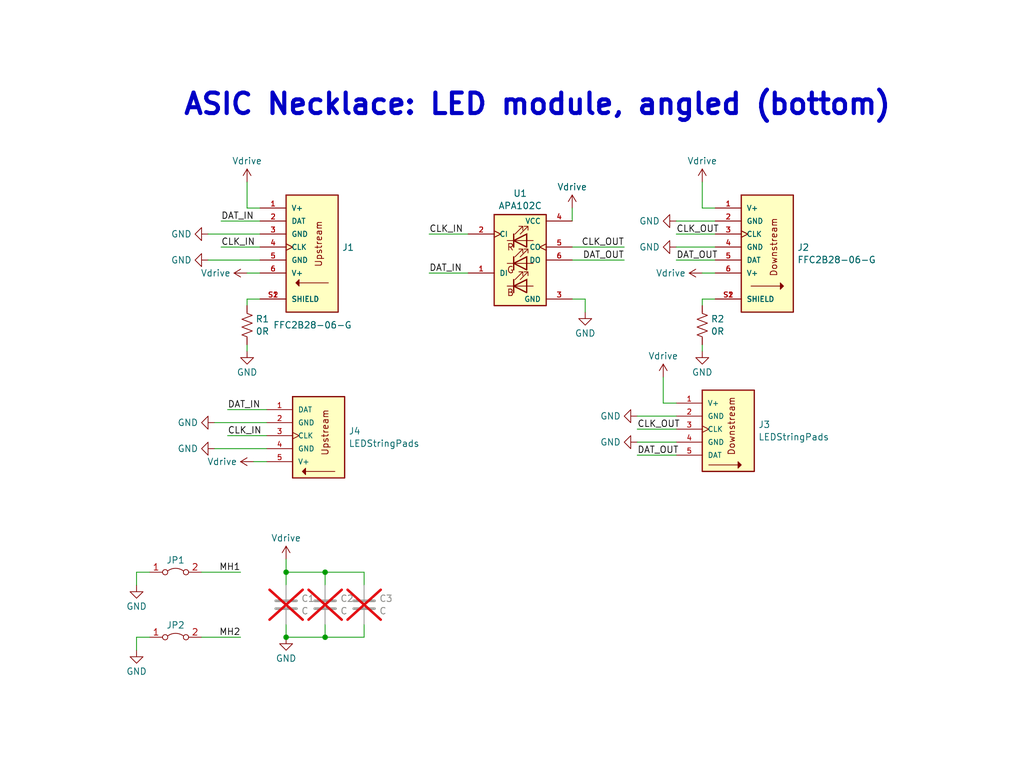
<source format=kicad_sch>
(kicad_sch (version 20230121) (generator eeschema)
  (paper "User" 200 150.012)
  (title_block (title "ASIC Necklace: angle LED (bottom)") (rev "1.0") (company "Psychogenic Technologies INC") (comment 1 "(C) 2023 Pat Deegan"))
  (lib_symbols
    (symbol "ASICTechno:APA102C" (pin_names (offset 1.016))
      (property "Reference" "U" (at -7.62 11.43 0))
      (property "Value" "APA102C" (at 0 -12.065 0))
      (symbol "APA102C_0_0"
        (rectangle (start -5.08 8.89) (end 5.08 -8.89) (stroke (width 0.254)) (fill (type background)))
        (text "G" (at -1.905 -1.905 0) (effects (font (size 1.27 1.27))))
        (text "R" (at -1.905 2.54 0) (effects (font (size 1.27 1.27))))
        (pin input line (at -10.16 -2.54 0) (length 5.08) (name "DI") (number "1"))
        (pin input clock (at -10.16 5.08 0) (length 5.08) (name "CI") (number "2"))
        (pin power_in line (at 10.16 -7.62 180) (length 5.08) (name "GND") (number "3"))
        (pin power_in line (at 10.16 7.62 180) (length 5.08) (name "VCC") (number "4"))
        (pin output line (at 10.16 0 180) (length 5.08) (name "DO") (number "6"))
      )
      (symbol "APA102C_0_1"
        (polyline (pts (xy -1.27 -5.08) (xy -2.54 -5.08)))
        (polyline (pts (xy -1.27 -5.08) (xy 1.27 -5.08)))
        (polyline (pts (xy -1.27 -3.81) (xy -1.27 -6.35)) (stroke (width 0.254)))
        (polyline (pts (xy -1.27 -0.635) (xy -2.54 -0.635)))
        (polyline (pts (xy -1.27 0.635) (xy -1.27 -1.905)) (stroke (width 0.254)))
        (polyline (pts (xy -1.27 3.81) (xy -2.54 3.81)))
        (polyline (pts (xy -1.27 3.81) (xy 1.27 3.81)))
        (polyline (pts (xy -1.27 5.08) (xy -1.27 2.54)) (stroke (width 0.254)))
        (polyline (pts (xy 1.27 -5.08) (xy 2.54 -5.08)))
        (polyline (pts (xy 1.27 -0.635) (xy -1.27 -0.635)))
        (polyline (pts (xy 1.27 -0.635) (xy 2.54 -0.635)))
        (polyline (pts (xy 1.27 3.81) (xy 2.54 3.81)))
        (polyline (pts (xy -1.27 0.635) (xy -1.27 -1.905) (xy -1.27 -1.905)))
        (polyline (pts (xy -1.27 5.08) (xy -1.27 2.54) (xy -1.27 2.54)))
        (polyline (pts (xy 1.27 -3.81) (xy 1.27 -6.35) (xy -1.27 -5.08) (xy 1.27 -3.81)) (stroke (width 0.254)))
        (polyline (pts (xy 1.27 0.635) (xy 1.27 -1.905) (xy -1.27 -0.635) (xy 1.27 0.635)) (stroke (width 0.254)))
        (polyline (pts (xy 1.27 5.08) (xy 1.27 2.54) (xy -1.27 3.81) (xy 1.27 5.08)) (stroke (width 0.254)))
        (polyline (pts (xy -1.016 -3.81) (xy 0.508 -2.286) (xy -0.254 -2.286) (xy 0.508 -2.286) (xy 0.508 -3.048)))
        (polyline (pts (xy -1.016 0.635) (xy 0.508 2.159) (xy -0.254 2.159) (xy 0.508 2.159) (xy 0.508 1.397)))
        (polyline (pts (xy -1.016 5.08) (xy 0.508 6.604) (xy -0.254 6.604) (xy 0.508 6.604) (xy 0.508 5.842)))
        (polyline (pts (xy 0 -3.81) (xy 1.524 -2.286) (xy 0.762 -2.286) (xy 1.524 -2.286) (xy 1.524 -3.048)))
        (polyline (pts (xy 0 0.635) (xy 1.524 2.159) (xy 0.762 2.159) (xy 1.524 2.159) (xy 1.524 1.397)))
        (polyline (pts (xy 0 5.08) (xy 1.524 6.604) (xy 0.762 6.604) (xy 1.524 6.604) (xy 1.524 5.842)))
        (rectangle (start 1.27 -1.905) (end 1.27 0.635))
        (rectangle (start 1.27 0.635) (end 1.27 0.635))
        (rectangle (start 1.27 2.54) (end 1.27 5.08))
        (rectangle (start 1.27 5.08) (end 1.27 5.08))
      )
      (symbol "APA102C_1_0"
        (text "B" (at -1.905 -6.35 0) (effects (font (size 1.27 1.27))))
        (pin output clock (at 10.16 2.54 180) (length 5.08) (name "CO") (number "5"))
      )
    )
    (symbol "ASICTechno:FFC_Downstream" (pin_names (offset 1.016))
      (property "Reference" "J" (at -5.08 10.922 0))
      (property "Value" "FFC2B28-06-G" (at -5.08 -15.24 0))
      (symbol "FFC_Downstream_0_0"
        (rectangle (start -5.08 -12.7) (end 5.08 10.16) (stroke (width 0.254)) (fill (type background)))
        (pin passive line (at -10.16 -10.16 0) (length 5.08) (name "SHIELD") (number "S1"))
        (pin passive line (at -10.16 -10.16 0) (length 5.08) (name "SHIELD") (number "S2"))
      )
      (symbol "FFC_Downstream_1_0"
        (pin passive line (at -10.16 7.62 0) (length 5.08) (name "V+") (number "1"))
        (pin passive line (at -10.16 5.08 0) (length 5.08) (name "GND") (number "2"))
        (pin output clock (at -10.16 2.54 0) (length 5.08) (name "CLK") (number "3"))
        (pin passive line (at -10.16 0 0) (length 5.08) (name "GND") (number "4"))
        (pin output line (at -10.16 -2.54 0) (length 5.08) (name "DAT") (number "5"))
        (pin passive line (at -10.16 -5.08 0) (length 5.08) (name "V+") (number "6"))
      )
      (symbol "FFC_Downstream_1_1"
        (polyline (pts (xy -3.175 -7.62) (xy 2.54 -7.62)))
        (polyline (pts (xy 3.175 -7.62) (xy 2.54 -6.985) (xy 2.54 -8.255) (xy 3.175 -7.62)) (fill (type outline)))
        (text "Downstream" (at 1.27 0 900) (effects (font (size 1.27 1.27))))
      )
    )
    (symbol "ASICTechno:FFC_Upstream" (pin_names (offset 1.016))
      (property "Reference" "J" (at -5.08 10.922 0))
      (property "Value" "FFC2B28-06-G" (at -5.08 -15.24 0))
      (symbol "FFC_Upstream_0_0"
        (rectangle (start -5.08 -12.7) (end 5.08 10.16) (stroke (width 0.254)) (fill (type background)))
        (pin passive line (at -10.16 -10.16 0) (length 5.08) (name "SHIELD") (number "S1"))
        (pin passive line (at -10.16 -10.16 0) (length 5.08) (name "SHIELD") (number "S2"))
      )
      (symbol "FFC_Upstream_1_0"
        (pin passive line (at -10.16 7.62 0) (length 5.08) (name "V+") (number "1"))
        (pin input line (at -10.16 5.08 0) (length 5.08) (name "DAT") (number "2"))
        (pin passive line (at -10.16 2.54 0) (length 5.08) (name "GND") (number "3"))
        (pin input clock (at -10.16 0 0) (length 5.08) (name "CLK") (number "4"))
        (pin passive line (at -10.16 -2.54 0) (length 5.08) (name "GND") (number "5"))
        (pin passive line (at -10.16 -5.08 0) (length 5.08) (name "V+") (number "6"))
      )
      (symbol "FFC_Upstream_1_1"
        (polyline (pts (xy 3.175 -6.985) (xy -2.54 -6.985)))
        (polyline (pts (xy -3.175 -6.985) (xy -2.54 -7.62) (xy -2.54 -6.35) (xy -3.175 -6.985)) (fill (type outline)))
        (text "Upstream" (at 1.27 0.635 900) (effects (font (size 1.27 1.27))))
      )
    )
    (symbol "ASICTechno:LEDStringPads_Down" (pin_names (offset 1.016)) (in_bom no)
      (property "Reference" "J" (at -5.08 10.922 0))
      (property "Value" "LEDStringPads" (at -6.35 -7.62 0))
      (symbol "LEDStringPads_Down_0_0"
        (rectangle (start -5.08 10.16) (end 5.08 -5.715) (stroke (width 0.254)) (fill (type background)))
      )
      (symbol "LEDStringPads_Down_1_0"
        (pin passive line (at -10.16 7.62 0) (length 5.08) (name "V+") (number "1"))
        (pin passive line (at -10.16 5.08 0) (length 5.08) (name "GND") (number "2"))
        (pin output clock (at -10.16 2.54 0) (length 5.08) (name "CLK") (number "3"))
        (pin passive line (at -10.16 0 0) (length 5.08) (name "GND") (number "4"))
        (pin output line (at -10.16 -2.54 0) (length 5.08) (name "DAT") (number "5"))
      )
      (symbol "LEDStringPads_Down_1_1"
        (polyline (pts (xy -3.81 -4.445) (xy 1.905 -4.445)))
        (polyline (pts (xy 2.54 -4.445) (xy 1.905 -3.81) (xy 1.905 -5.08) (xy 2.54 -4.445)) (fill (type outline)))
        (text "Downstream" (at 0.635 3.175 900) (effects (font (size 1.27 1.27))))
      )
    )
    (symbol "ASICTechno:LEDStringPads_Up" (pin_names (offset 1.016)) (in_bom no)
      (property "Reference" "J" (at -5.08 10.922 0))
      (property "Value" "LEDStringPads" (at -6.985 -10.16 0))
      (symbol "LEDStringPads_Up_0_0"
        (rectangle (start -5.08 7.62) (end 5.08 -8.255) (stroke (width 0.254)) (fill (type background)))
      )
      (symbol "LEDStringPads_Up_1_0"
        (pin input line (at -10.16 5.08 0) (length 5.08) (name "DAT") (number "1"))
        (pin passive line (at -10.16 2.54 0) (length 5.08) (name "GND") (number "2"))
        (pin input clock (at -10.16 0 0) (length 5.08) (name "CLK") (number "3"))
        (pin passive line (at -10.16 -2.54 0) (length 5.08) (name "GND") (number "4"))
        (pin passive line (at -10.16 -5.08 0) (length 5.08) (name "V+") (number "5"))
      )
      (symbol "LEDStringPads_Up_1_1"
        (polyline (pts (xy 3.175 -6.985) (xy -2.54 -6.985)))
        (polyline (pts (xy -3.175 -6.985) (xy -2.54 -7.62) (xy -2.54 -6.35) (xy -3.175 -6.985)) (fill (type outline)))
        (text "Upstream" (at 1.27 0.635 900) (effects (font (size 1.27 1.27))))
      )
    )
    (symbol "Device:C" (pin_numbers hide) (pin_names (offset 0.254))
      (property "Reference" "C" (at 0.635 2.54 0))
      (property "Value" "C" (at 0.635 -2.54 0))
      (symbol "C_0_1"
        (polyline (pts (xy -2.032 -0.762) (xy 2.032 -0.762)) (stroke (width 0.508)))
        (polyline (pts (xy -2.032 0.762) (xy 2.032 0.762)) (stroke (width 0.508)))
      )
      (symbol "C_1_1"
        (pin passive line (at 0 3.81 270) (length 2.794) (name "~") (number "1"))
        (pin passive line (at 0 -3.81 90) (length 2.794) (name "~") (number "2"))
      )
    )
    (symbol "Device:R_US" (pin_numbers hide) (pin_names (offset 0))
      (property "Reference" "R" (at 2.54 0 90))
      (property "Value" "R_US" (at -2.54 0 90))
      (symbol "R_US_0_1"
        (polyline (pts (xy 0 -2.286) (xy 0 -2.54)))
        (polyline (pts (xy 0 2.286) (xy 0 2.54)))
        (polyline (pts (xy 0 -0.762) (xy 1.016 -1.143) (xy 0 -1.524) (xy -1.016 -1.905) (xy 0 -2.286)))
        (polyline (pts (xy 0 0.762) (xy 1.016 0.381) (xy 0 0) (xy -1.016 -0.381) (xy 0 -0.762)))
        (polyline (pts (xy 0 2.286) (xy 1.016 1.905) (xy 0 1.524) (xy -1.016 1.143) (xy 0 0.762)))
      )
      (symbol "R_US_1_1"
        (pin passive line (at 0 3.81 270) (length 1.27) (name "~") (number "1"))
        (pin passive line (at 0 -3.81 90) (length 1.27) (name "~") (number "2"))
      )
    )
    (symbol "Jumper:Jumper_2_Bridged" (pin_names (offset 0) hide)
      (property "Reference" "JP" (at 0 1.905 0))
      (property "Value" "Jumper_2_Bridged" (at 0 -2.54 0))
      (symbol "Jumper_2_Bridged_0_0"
        (circle (center -2.032 0) (radius 0.508))
        (circle (center 2.032 0) (radius 0.508))
      )
      (symbol "Jumper_2_Bridged_0_1"
        (arc (start 1.524 0.254) (mid 0 0.762) (end -1.524 0.254))
      )
      (symbol "Jumper_2_Bridged_1_1"
        (pin passive line (at -5.08 0 0) (length 2.54) (name "A") (number "1"))
        (pin passive line (at 5.08 0 180) (length 2.54) (name "B") (number "2"))
      )
    )
    (symbol "power:GND" (power) (pin_names (offset 0))
      (property "Value" "GND" (at 0 -3.81 0))
      (symbol "GND_0_1"
        (polyline (pts (xy 0 0) (xy 0 -1.27) (xy 1.27 -1.27) (xy 0 -2.54) (xy -1.27 -1.27) (xy 0 -1.27)))
      )
      (symbol "GND_1_1"
        (pin power_in line (at 0 0 270) (length 0) hide (name "GND") (number "1"))
      )
    )
    (symbol "power:Vdrive" (power) (pin_names (offset 0))
      (property "Value" "Vdrive" (at 0 3.81 0))
      (symbol "Vdrive_0_1"
        (polyline (pts (xy -0.762 1.27) (xy 0 2.54)))
        (polyline (pts (xy 0 0) (xy 0 2.54)))
        (polyline (pts (xy 0 2.54) (xy 0.762 1.27)))
      )
      (symbol "Vdrive_1_1"
        (pin power_in line (at 0 0 90) (length 0) hide (name "Vdrive") (number "1"))
      )
    )
  )
  (junction (at 63.5 124.46))
  (junction (at 63.5 111.76))
  (junction (at 55.88 111.76))
  (junction (at 55.88 124.46))
  (wire (pts (xy 111.76 40.64) (xy 111.76 43.18)))
  (wire (pts (xy 48.26 58.42) (xy 50.8 58.42)))
  (wire (pts (xy 83.82 53.34) (xy 91.44 53.34)))
  (wire (pts (xy 111.76 58.42) (xy 114.3 58.42)))
  (wire (pts (xy 48.26 40.64) (xy 50.8 40.64)))
  (wire (pts (xy 137.16 58.42) (xy 139.7 58.42)))
  (wire (pts (xy 55.88 109.22) (xy 55.88 111.76)))
  (wire (pts (xy 137.16 59.69) (xy 137.16 58.42)))
  (wire (pts (xy 39.37 124.46) (xy 46.99 124.46)))
  (wire (pts (xy 41.91 82.55) (xy 52.07 82.55)))
  (wire (pts (xy 48.26 35.56) (xy 48.26 40.64)))
  (wire (pts (xy 44.45 85.09) (xy 52.07 85.09)))
  (wire (pts (xy 132.08 43.18) (xy 139.7 43.18)))
  (wire (pts (xy 124.46 86.36) (xy 132.08 86.36)))
  (wire (pts (xy 26.67 114.3) (xy 26.67 111.76)))
  (wire (pts (xy 111.76 48.26) (xy 121.92 48.26)))
  (wire (pts (xy 71.12 111.76) (xy 71.12 114.3)))
  (wire (pts (xy 71.12 124.46) (xy 71.12 121.92)))
  (wire (pts (xy 26.67 127) (xy 26.67 124.46)))
  (wire (pts (xy 129.54 78.74) (xy 132.08 78.74)))
  (wire (pts (xy 55.88 111.76) (xy 55.88 114.3)))
  (wire (pts (xy 111.76 50.8) (xy 121.92 50.8)))
  (wire (pts (xy 63.5 121.92) (xy 63.5 124.46)))
  (wire (pts (xy 63.5 111.76) (xy 71.12 111.76)))
  (wire (pts (xy 43.18 43.18) (xy 50.8 43.18)))
  (wire (pts (xy 44.45 80.01) (xy 52.07 80.01)))
  (wire (pts (xy 48.26 53.34) (xy 50.8 53.34)))
  (wire (pts (xy 43.18 48.26) (xy 50.8 48.26)))
  (wire (pts (xy 63.5 111.76) (xy 63.5 114.3)))
  (wire (pts (xy 124.46 83.82) (xy 132.08 83.82)))
  (wire (pts (xy 40.64 50.8) (xy 50.8 50.8)))
  (wire (pts (xy 137.16 40.64) (xy 139.7 40.64)))
  (wire (pts (xy 26.67 111.76) (xy 29.21 111.76)))
  (wire (pts (xy 26.67 124.46) (xy 29.21 124.46)))
  (wire (pts (xy 39.37 111.76) (xy 46.99 111.76)))
  (wire (pts (xy 48.26 68.58) (xy 48.26 67.31)))
  (wire (pts (xy 124.46 88.9) (xy 132.08 88.9)))
  (wire (pts (xy 124.46 81.28) (xy 132.08 81.28)))
  (wire (pts (xy 55.88 111.76) (xy 63.5 111.76)))
  (wire (pts (xy 132.08 45.72) (xy 139.7 45.72)))
  (wire (pts (xy 63.5 124.46) (xy 71.12 124.46)))
  (wire (pts (xy 137.16 68.58) (xy 137.16 67.31)))
  (wire (pts (xy 137.16 53.34) (xy 139.7 53.34)))
  (wire (pts (xy 41.91 87.63) (xy 52.07 87.63)))
  (wire (pts (xy 132.08 48.26) (xy 139.7 48.26)))
  (wire (pts (xy 132.08 50.8) (xy 139.7 50.8)))
  (wire (pts (xy 129.54 73.66) (xy 129.54 78.74)))
  (wire (pts (xy 137.16 35.56) (xy 137.16 40.64)))
  (wire (pts (xy 83.82 45.72) (xy 91.44 45.72)))
  (wire (pts (xy 55.88 121.92) (xy 55.88 124.46)))
  (wire (pts (xy 40.64 45.72) (xy 50.8 45.72)))
  (wire (pts (xy 49.53 90.17) (xy 52.07 90.17)))
  (wire (pts (xy 48.26 59.69) (xy 48.26 58.42)))
  (wire (pts (xy 114.3 58.42) (xy 114.3 60.96)))
  (wire (pts (xy 55.88 124.46) (xy 63.5 124.46)))
  (text "ASIC Necklace: LED module, angled (bottom)" (at 35.56 22.86 0) (effects (font (size 4 4) (thickness 0.8) bold) (justify left bottom)))
  (label "MH1" (at 46.99 111.76 180))
  (label "CLK_IN" (at 83.82 45.72 0))
  (label "DAT_OUT" (at 121.92 50.8 180))
  (label "DAT_OUT" (at 132.08 50.8 0))
  (label "MH2" (at 46.99 124.46 180))
  (label "DAT_IN" (at 43.18 43.18 0))
  (label "CLK_IN" (at 44.45 85.09 0))
  (label "DAT_OUT" (at 124.46 88.9 0))
  (label "CLK_OUT" (at 121.92 48.26 180))
  (label "CLK_IN" (at 43.18 48.26 0))
  (label "CLK_OUT" (at 124.46 83.82 0))
  (label "DAT_IN" (at 44.45 80.01 0))
  (label "DAT_IN" (at 83.82 53.34 0))
  (label "CLK_OUT" (at 132.08 45.72 0))
  (symbol (lib_id "power:GND") (at 40.64 45.72 270) (unit 1)
    (property "Reference" "#PWR04" (effects hide))
    (property "Value" "GND" (at 37.4651 45.72 90) (effects (justify right)))
  )
  (symbol (lib_id "power:GND") (at 41.91 82.55 270) (unit 1)
    (property "Reference" "#PWR015" (effects hide))
    (property "Value" "GND" (at 38.7351 82.55 90) (effects (justify right)))
  )
  (symbol (lib_id "power:GND") (at 124.46 86.36 270) (unit 1)
    (property "Reference" "#PWR019" (effects hide))
    (property "Value" "GND" (at 121.2851 86.36 90) (effects (justify right)))
  )
  (symbol (lib_id "Device:C") (at 63.5 118.11 0) (unit 1) (dnp yes)
    (property "Reference" "C2" (at 66.421 116.8979 0) (effects (justify left)))
    (property "Value" "C" (at 66.421 119.3221 0) (effects (justify left)))
    (property "Footprint" "Capacitor_SMD:C_0603_1608Metric" (effects hide))
  )
  (symbol (lib_id "power:GND") (at 132.08 48.26 270) (unit 1)
    (property "Reference" "#PWR09" (effects hide))
    (property "Value" "GND" (at 128.9051 48.26 90) (effects (justify right)))
  )
  (symbol (lib_id "Device:R_US") (at 48.26 63.5 0) (unit 1)
    (property "Reference" "R1" (at 49.911 62.2879 0) (effects (justify left)))
    (property "Value" "0R" (at 49.911 64.7121 0) (effects (justify left)))
    (property "Footprint" "Resistor_SMD:R_0603_1608Metric" (effects hide))
  )
  (symbol (lib_id "power:Vdrive") (at 48.26 35.56 0) (unit 1)
    (property "Reference" "#PWR03" (effects hide))
    (property "Value" "Vdrive" (at 48.26 31.4269 0))
  )
  (symbol (lib_id "ASICTechno:FFC_Upstream") (at 60.96 48.26 0) (unit 1)
    (property "Reference" "J1" (at 66.802 48.3179 0) (effects (justify left)))
    (property "Value" "FFC2B28-06-G" (at 53.34 63.5 0) (effects (justify left)))
    (property "Footprint" "ASICTechno:GCT_FFC2B28-06-G" (effects hide))
    (property "PARTREV" "A" (effects hide))
    (property "MPN" "FFC2B28-06-G" (effects hide))
  )
  (symbol (lib_id "power:GND") (at 41.91 87.63 270) (unit 1)
    (property "Reference" "#PWR016" (effects hide))
    (property "Value" "GND" (at 38.7351 87.63 90) (effects (justify right)))
  )
  (symbol (lib_id "power:GND") (at 48.26 68.58 0) (unit 1)
    (property "Reference" "#PWR07" (effects hide))
    (property "Value" "GND" (at 48.26 72.7131 0))
  )
  (symbol (lib_id "power:Vdrive") (at 111.76 40.64 0) (unit 1)
    (property "Reference" "#PWR014" (effects hide))
    (property "Value" "Vdrive" (at 111.76 36.5069 0))
  )
  (symbol (lib_id "power:Vdrive") (at 48.26 53.34 90) (unit 1)
    (property "Reference" "#PWR06" (effects hide))
    (property "Value" "Vdrive" (at 45.085 53.34 90) (effects (justify left)))
  )
  (symbol (lib_id "power:GND") (at 132.08 43.18 270) (unit 1)
    (property "Reference" "#PWR08" (effects hide))
    (property "Value" "GND" (at 128.9051 43.18 90) (effects (justify right)))
  )
  (symbol (lib_id "ASICTechno:APA102C") (at 101.6 50.8 0) (unit 1)
    (property "Reference" "U1" (at 101.6 37.7657 0))
    (property "Value" "APA102C" (at 101.6 40.1899 0))
    (property "Footprint" "ASICTechno:SON160P500X500X140-6N" (effects hide))
    (property "Datasheet" "https://cdn-shop.adafruit.com/product-files/2477/APA102C-iPixelLED.pdf" (effects hide))
    (property "MF" "iPixel LED Shiji Lighting" (effects hide))
    (property "MPN" "APA102C" (effects hide))
    (property "DIGIKEYPN" "2007-BL-HBGR32L-3-TRB-8CT-ND" (effects hide))
  )
  (symbol (lib_id "power:GND") (at 137.16 68.58 0) (unit 1)
    (property "Reference" "#PWR012" (effects hide))
    (property "Value" "GND" (at 137.16 72.7131 0))
  )
  (symbol (lib_id "power:Vdrive") (at 137.16 35.56 0) (unit 1)
    (property "Reference" "#PWR010" (effects hide))
    (property "Value" "Vdrive" (at 137.16 31.4269 0))
  )
  (symbol (lib_id "ASICTechno:LEDStringPads_Up") (at 62.23 85.09 0) (unit 1) (in_bom no)
    (property "Reference" "J4" (at 68.072 84.1954 0) (effects (justify left)))
    (property "Value" "LEDStringPads" (at 68.072 86.6196 0) (effects (justify left)))
    (property "Footprint" "ASICTechno:LEDStringPads" (effects hide))
  )
  (symbol (lib_id "Device:R_US") (at 137.16 63.5 0) (unit 1)
    (property "Reference" "R2" (at 138.811 62.2879 0) (effects (justify left)))
    (property "Value" "0R" (at 138.811 64.7121 0) (effects (justify left)))
    (property "Footprint" "Resistor_SMD:R_0603_1608Metric" (effects hide))
  )
  (symbol (lib_id "power:GND") (at 124.46 81.28 270) (unit 1)
    (property "Reference" "#PWR018" (effects hide))
    (property "Value" "GND" (at 121.2851 81.28 90) (effects (justify right)))
  )
  (symbol (lib_id "ASICTechno:FFC_Downstream") (at 149.86 48.26 0) (unit 1)
    (property "Reference" "J2" (at 155.702 48.3179 0) (effects (justify left)))
    (property "Value" "FFC2B28-06-G" (at 155.702 50.7421 0) (effects (justify left)))
    (property "Footprint" "ASICTechno:GCT_FFC2B28-06-G" (effects hide))
    (property "PARTREV" "A" (effects hide))
    (property "MPN" "FFC2B28-06-G" (effects hide))
  )
  (symbol (lib_id "power:GND") (at 26.67 127 0) (unit 1)
    (property "Reference" "#PWR022" (effects hide))
    (property "Value" "GND" (at 26.67 131.1331 0))
  )
  (symbol (lib_id "power:GND") (at 40.64 50.8 270) (unit 1)
    (property "Reference" "#PWR05" (effects hide))
    (property "Value" "GND" (at 37.4651 50.8 90) (effects (justify right)))
  )
  (symbol (lib_id "ASICTechno:LEDStringPads_Down") (at 142.24 86.36 0) (unit 1) (in_bom no)
    (property "Reference" "J3" (at 148.082 82.9254 0) (effects (justify left)))
    (property "Value" "LEDStringPads" (at 148.082 85.3496 0) (effects (justify left)))
    (property "Footprint" "ASICTechno:LEDStringPads" (effects hide))
  )
  (symbol (lib_id "power:Vdrive") (at 129.54 73.66 0) (unit 1)
    (property "Reference" "#PWR020" (effects hide))
    (property "Value" "Vdrive" (at 129.54 69.5269 0))
  )
  (symbol (lib_id "Device:C") (at 55.88 118.11 0) (unit 1) (dnp yes)
    (property "Reference" "C1" (at 58.801 116.8979 0) (effects (justify left)))
    (property "Value" "C" (at 58.801 119.3221 0) (effects (justify left)))
    (property "Footprint" "Capacitor_SMD:C_0805_2012Metric" (effects hide))
  )
  (symbol (lib_id "Jumper:Jumper_2_Bridged") (at 34.29 124.46 0) (unit 1)
    (property "Reference" "JP2" (at 34.29 122.1049 0))
    (property "Value" "Jumper_2_Bridged" (effects hide))
    (property "Footprint" "Jumper:SolderJumper-2_P1.3mm_Bridged_RoundedPad1.0x1.5mm" (effects hide))
  )
  (symbol (lib_id "power:Vdrive") (at 55.88 109.22 0) (unit 1)
    (property "Reference" "#PWR01" (effects hide))
    (property "Value" "Vdrive" (at 55.88 105.0869 0))
  )
  (symbol (lib_id "power:GND") (at 26.67 114.3 0) (unit 1)
    (property "Reference" "#PWR021" (effects hide))
    (property "Value" "GND" (at 26.67 118.4331 0))
  )
  (symbol (lib_id "Jumper:Jumper_2_Bridged") (at 34.29 111.76 0) (unit 1)
    (property "Reference" "JP1" (at 34.29 109.4049 0))
    (property "Value" "Jumper_2_Bridged" (effects hide))
    (property "Footprint" "Jumper:SolderJumper-2_P1.3mm_Bridged_RoundedPad1.0x1.5mm" (effects hide))
  )
  (symbol (lib_id "power:Vdrive") (at 49.53 90.17 90) (unit 1)
    (property "Reference" "#PWR017" (effects hide))
    (property "Value" "Vdrive" (at 46.355 90.17 90) (effects (justify left)))
  )
  (symbol (lib_id "Device:C") (at 71.12 118.11 0) (unit 1) (dnp yes)
    (property "Reference" "C3" (at 74.041 116.8979 0) (effects (justify left)))
    (property "Value" "C" (at 74.041 119.3221 0) (effects (justify left)))
    (property "Footprint" "Capacitor_SMD:C_0402_1005Metric" (effects hide))
  )
  (symbol (lib_id "power:GND") (at 114.3 60.96 0) (unit 1)
    (property "Reference" "#PWR013" (effects hide))
    (property "Value" "GND" (at 114.3 65.0931 0))
  )
  (symbol (lib_id "power:Vdrive") (at 137.16 53.34 90) (unit 1)
    (property "Reference" "#PWR011" (effects hide))
    (property "Value" "Vdrive" (at 133.985 53.34 90) (effects (justify left)))
  )
  (symbol (lib_id "power:GND") (at 55.88 124.46 0) (unit 1)
    (property "Reference" "#PWR02" (effects hide))
    (property "Value" "GND" (at 55.88 128.5931 0))
  )
)
</source>
